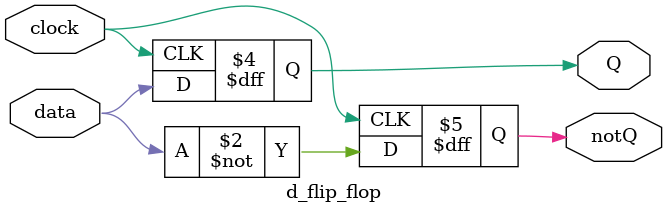
<source format=v>
module d_flip_flop(
    input clock,
    input data,
    output reg Q, notQ  
    );
    
    initial begin
       Q <= 0;
       notQ <=1;
    end
    
    always @(posedge clock)
        begin
            Q = data;
            notQ = ~Q;
        end
endmodule

</source>
